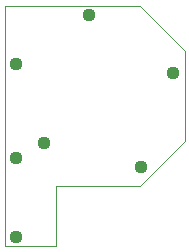
<source format=gbs>
G75*
%MOIN*%
%OFA0B0*%
%FSLAX24Y24*%
%IPPOS*%
%LPD*%
%AMOC8*
5,1,8,0,0,1.08239X$1,22.5*
%
%ADD10C,0.0000*%
%ADD11C,0.0437*%
D10*
X002767Y002767D02*
X002767Y010767D01*
X007267Y010767D01*
X008767Y009267D01*
X008767Y006267D01*
X007267Y004767D01*
X004467Y004767D01*
X004467Y002767D01*
X002767Y002767D01*
D11*
X003142Y003079D03*
X007329Y005392D03*
X004079Y006204D03*
X003142Y005704D03*
X008392Y008517D03*
X003142Y008829D03*
X005579Y010454D03*
M02*

</source>
